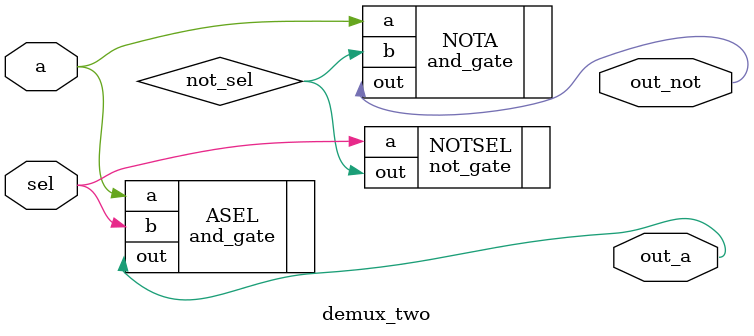
<source format=v>
module demux_two(a, sel, out_a, out_not);

input a;
input sel;

output out_a;
output out_not;

wire not_sel;

not_gate NOTSEL(.a(sel), .out(not_sel));
and_gate ASEL(.a(a), .b(sel), .out(out_a));
and_gate NOTA(.a(a), .b(not_sel), .out(out_not));

endmodule

</source>
